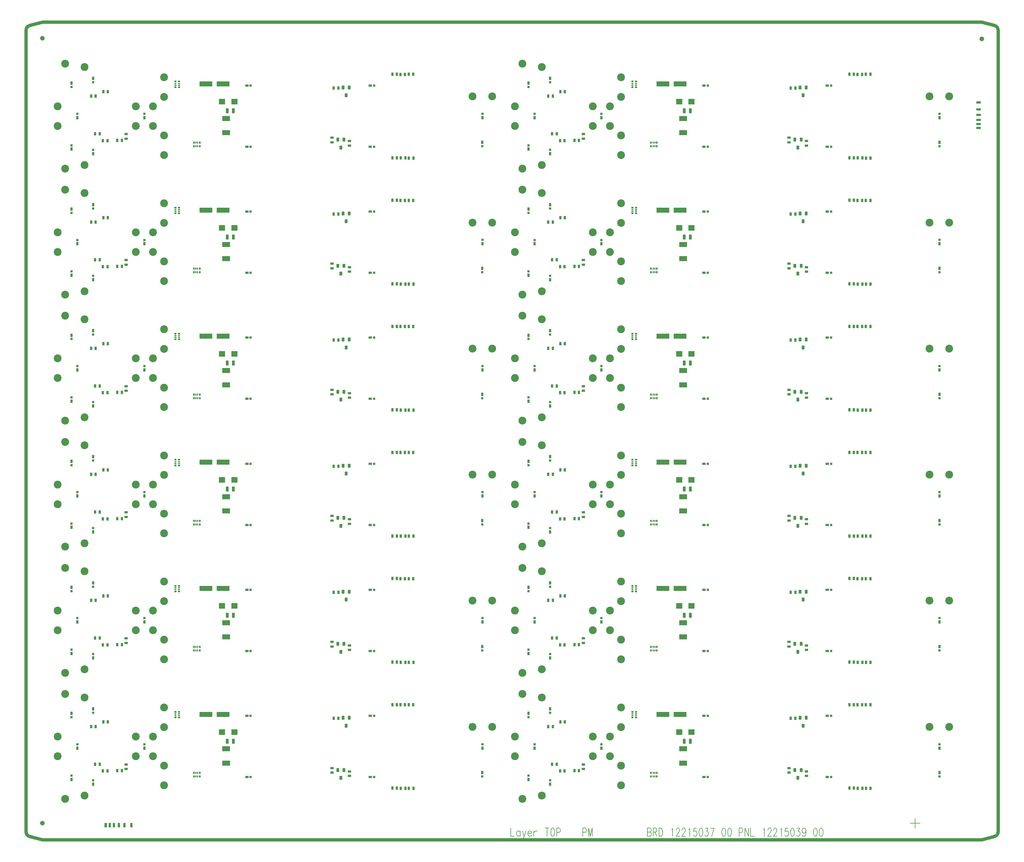
<source format=gbr>
*
G04 Job   : N:\Projects\taras004\P08330\C0154134_4FHM\4-way_FHM_main\Panel_12215039\12215039.pnl*
G04 User  : UA220006:taras004*
G04 Layer : SolderPasteTop.gbr*
G04 Date  : Tue Aug 20 10:27:17 2024*
G04 Expedition Layer: Solder Paste - Top*
%ICAS*%
%MOIN*%
%FSDAX24Y24*%
%OFA0.0000B0.0000*%
G90*
G74*
%AMVB_RCRECTANGLE*
$3=$3X2*
21,1,$1-$3,$2,0,0,0*
21,1,$1,$2-$3,0,0,0*
$1=$1/2*
$2=$2/2*
$3=$3/2*
$1=$1-$3*
$2=$2-$3*
1,1,$3X2,0-$1,0-$2*
1,1,$3X2,0-$1,$2*
1,1,$3X2,$1,$2*
1,1,$3X2,$1,0-$2*
%
%ADD11C,0.00787*%
%ADD10C,0.03937*%
%ADD70C,0.09449*%
%ADD24VB_RCRECTANGLE,0.02362X0.01181X0.00197*%
%ADD20VB_RCRECTANGLE,0.01181X0.02362X0.00197*%
%ADD25VB_RCRECTANGLE,0.02362X0.01772X0.00197*%
%ADD71VB_RCRECTANGLE,0.01772X0.02362X0.00197*%
%ADD13VB_RCRECTANGLE,0.02953X0.02362X0.00197*%
%ADD14VB_RCRECTANGLE,0.02362X0.02953X0.00197*%
%ADD16VB_RCRECTANGLE,0.03937X0.02756X0.00197*%
%ADD19VB_RCRECTANGLE,0.02756X0.03937X0.00197*%
%ADD12VB_RCRECTANGLE,0.04331X0.02362X0.00197*%
%ADD15VB_RCRECTANGLE,0.02362X0.04331X0.00197*%
%ADD21VB_RCRECTANGLE,0.03150X0.04724X0.00197*%
%ADD17VB_RCRECTANGLE,0.03150X0.05906X0.00197*%
%ADD18VB_RCRECTANGLE,0.07480X0.06693X0.00197*%
%ADD23VB_RCRECTANGLE,0.09055X0.06299X0.00197*%
%ADD22VB_RCRECTANGLE,0.15157X0.06299X0.00197*%
G01*
G36*
X-105000Y-000283D02*
Y-000039D01*
X-105243*
G02X-105246Y000000I000282J000039*
X-104961Y000285I000285*
X-104921Y000283J000285*
G01Y000039*
X-104678*
G02X-104675Y000000I000283J000039*
X-104961Y-000285I000286*
X-105000Y-000283J000285*
G01Y000283D02*
Y000039D01*
X-105243*
G03X-105246Y000000I000282J000039*
X-104961Y-000285I000285*
X-104921Y-000283J000285*
G01Y-000039*
X-104678*
G03X-104675Y000000I000283J000039*
X-104961Y000285I000286*
X-105000Y000283J000285*
G01Y094205D02*
Y094449D01*
X-105243*
G02X-105246Y094488I000282J000039*
X-104961Y094774I000285*
X-104921Y094771J000286*
G01Y094528*
X-104678*
G02X-104675Y094488I000283J000040*
X-104961Y094203I000286*
X-105000Y094205J000285*
G01Y094771D02*
Y094528D01*
X-105243*
G03X-105246Y094488I000282J000040*
X-104961Y094203I000285*
X-104921Y094205J000285*
G01Y094449*
X-104678*
G03X-104675Y094488I000283J000039*
X-104961Y094774I000286*
X-105000Y094771J000286*
G01X-097480Y-000512D02*
X-097205D01*
Y000039*
X-097480*
Y-000512*
X-097008D02*
X-096732D01*
Y000039*
X-097008*
Y-000512*
X-096496D02*
X-096220D01*
Y000039*
X-096496*
Y-000512*
X-095906D02*
X-095630D01*
Y000039*
X-095906*
Y-000512*
X-095236D02*
X-094961D01*
Y000039*
X-095236*
Y-000512*
X-094409D02*
X-094134D01*
Y000039*
X-094409*
Y-000512*
X007362Y083543D02*
X007913D01*
Y083819*
X007362*
Y083543*
Y084016D02*
X007913D01*
Y084291*
X007362*
Y084016*
Y084528D02*
X007913D01*
Y084803*
X007362*
Y084528*
Y085118D02*
X007913D01*
Y085394*
X007362*
Y085118*
Y085787D02*
X007913D01*
Y086063*
X007362*
Y085787*
Y086614D02*
X007913D01*
Y086890*
X007362*
Y086614*
X007992Y094127D02*
Y094370D01*
X007749*
G02X007746Y094409I000282J000039*
X008031Y094695I000285*
X008071Y094692J000286*
G01Y094449*
X008314*
G02X008317Y094409I000283J000040*
X008031Y094124I000286*
X007992Y094127J000285*
G01Y094692D02*
Y094449D01*
X007749*
G03X007746Y094409I000282J000040*
X008031Y094124I000285*
X008071Y094127J000285*
G01Y094370*
X008314*
G03X008317Y094409I000283J000039*
X008031Y094695I000286*
X007992Y094692J000286*
G37*
G54D10*
G01X-038819Y-002008D02*
X-104914D01*
G02X-105068Y-001987J000591*
G01X-106492Y-001602*
G02X-106929Y-001032I000154J000570*
G01Y-001031*
Y095449*
G02X-106488Y096020I000590*
G01X-105067Y096398*
G02X-104916Y096417I000151J000572*
X-104913J000591*
G01X007992*
G02X008142Y096398I000001J000590*
G01X009563Y096024*
G02X010000Y095453I000154J000571*
G01Y-001031*
Y-001032*
G02X009563Y-001602I000591*
G01X008151Y-001987*
G02X007995Y-002008I000156J000570*
G01X-038819*
G54D11*
X-048620Y-000591D02*
Y-001575D01*
X-048181*
X-047492Y-001068D02*
X-047565Y-000978D01*
X-047638Y-000934*
X-047753*
X-047826Y-000978*
X-047899Y-001068*
X-047931Y-001202*
Y-001306*
X-047899Y-001441*
X-047826Y-001530*
X-047753Y-001575*
X-047638*
X-047565Y-001530*
X-047492Y-001441*
Y-000934D02*
Y-001575D01*
X-047210Y-000934D02*
X-047012Y-001575D01*
X-046803Y-000934D02*
X-047012Y-001575D01*
X-047075Y-001769*
X-047148Y-001858*
X-047210Y-001903*
X-047242*
X-046553Y-001202D02*
X-046114D01*
Y-001113*
X-046146Y-001023*
X-046187Y-000978*
X-046260Y-000934*
X-046375*
X-046448Y-000978*
X-046521Y-001068*
X-046553Y-001202*
Y-001306*
X-046521Y-001441*
X-046448Y-001530*
X-046375Y-001575*
X-046260*
X-046187Y-001530*
X-046114Y-001441*
X-045864Y-001202D02*
X-045812Y-001068D01*
X-045707Y-000978*
X-045592Y-000934*
X-045425*
X-045864D02*
Y-001575D01*
X-044486Y-000591D02*
X-044047D01*
X-044267D02*
Y-001575D01*
X-043640Y-000591D02*
X-043692Y-000650D01*
X-043745Y-000740*
X-043776Y-000829*
X-043797Y-000963*
Y-001202*
X-043776Y-001336*
X-043745Y-001441*
X-043692Y-001530*
X-043640Y-001575*
X-043525*
X-043473Y-001530*
X-043411Y-001441*
X-043390Y-001336*
X-043358Y-001202*
Y-000963*
X-043390Y-000829*
X-043411Y-000740*
X-043473Y-000650*
X-043525Y-000591*
X-043640*
X-043108Y-001575D02*
Y-000591D01*
X-042826*
X-042732Y-000650*
X-042701Y-000695*
X-042669Y-000784*
Y-000919*
X-042701Y-001023*
X-042732Y-001068*
X-042826Y-001113*
X-043108*
X-039958Y-001575D02*
Y-000591D01*
X-039676*
X-039582Y-000650*
X-039551Y-000695*
X-039520Y-000784*
Y-000919*
X-039551Y-001023*
X-039582Y-001068*
X-039676Y-001113*
X-039958*
X-039269Y-001575D02*
Y-000591D01*
X-039050Y-001575*
X-038831Y-000591*
Y-001575*
X-032179Y-001068D02*
X-031897D01*
X-031803Y-001113*
X-031772Y-001157*
X-031741Y-001247*
Y-001396*
X-031772Y-001485*
X-031803Y-001530*
X-031897Y-001575*
X-032179*
Y-000591*
X-031897*
X-031803Y-000650*
X-031772Y-000695*
X-031741Y-000784*
Y-000874*
X-031772Y-000963*
X-031803Y-001023*
X-031897Y-001068*
X-031490Y-001575D02*
Y-000591D01*
X-031208*
X-031114Y-000650*
X-031083Y-000695*
X-031052Y-000784*
Y-000874*
X-031083Y-000963*
X-031114Y-001023*
X-031208Y-001068*
X-031490*
X-031271D02*
X-031052Y-001575D01*
X-030801Y-000591D02*
X-030582D01*
X-030488Y-000650*
X-030425Y-000740*
X-030394Y-000829*
X-030363Y-000963*
Y-001202*
X-030394Y-001336*
X-030425Y-001441*
X-030488Y-001530*
X-030582Y-001575*
X-030801*
Y-000591*
X-029256Y-000784D02*
X-029215Y-000740D01*
X-029162Y-000605*
Y-001575*
X-028703Y-000829D02*
Y-000784D01*
X-028672Y-000695*
X-028640Y-000650*
X-028578Y-000591*
X-028452*
X-028390Y-000650*
X-028359Y-000695*
X-028327Y-000784*
Y-000874*
X-028359Y-000963*
X-028421Y-001113*
X-028734Y-001575*
X-028296*
X-028014Y-000829D02*
Y-000784D01*
X-027983Y-000695*
X-027951Y-000650*
X-027889Y-000591*
X-027764*
X-027701Y-000650*
X-027670Y-000695*
X-027638Y-000784*
Y-000874*
X-027670Y-000963*
X-027732Y-001113*
X-028045Y-001575*
X-027607*
X-027189Y-000784D02*
X-027148Y-000740D01*
X-027095Y-000605*
Y-001575*
X-026292Y-000605D02*
X-026605D01*
X-026636Y-001023*
X-026605Y-000978*
X-026511Y-000934*
X-026417*
X-026323Y-000978*
X-026260Y-001068*
X-026229Y-001202*
Y-001306*
X-026260Y-001441*
X-026323Y-001530*
X-026417Y-001575*
X-026511*
X-026605Y-001530*
X-026636Y-001485*
X-026667Y-001396*
X-025791Y-000605D02*
X-025885Y-000650D01*
X-025947Y-000784*
X-025979Y-001023*
Y-001157*
X-025947Y-001396*
X-025885Y-001530*
X-025791Y-001575*
X-025728*
X-025634Y-001530*
X-025571Y-001396*
X-025540Y-001157*
Y-001023*
X-025571Y-000784*
X-025634Y-000650*
X-025728Y-000605*
X-025791*
X-025227D02*
X-024882D01*
X-025070Y-000978*
X-024976*
X-024914Y-001023*
X-024882Y-001068*
X-024851Y-001202*
Y-001306*
X-024882Y-001441*
X-024945Y-001530*
X-025039Y-001575*
X-025133*
X-025227Y-001530*
X-025258Y-001485*
X-025290Y-001396*
X-024601Y-000605D02*
X-024162D01*
X-024475Y-001575*
X-023035Y-000605D02*
X-023129Y-000650D01*
X-023191Y-000784*
X-023223Y-001023*
Y-001157*
X-023191Y-001396*
X-023129Y-001530*
X-023035Y-001575*
X-022972*
X-022878Y-001530*
X-022816Y-001396*
X-022784Y-001157*
Y-001023*
X-022816Y-000784*
X-022878Y-000650*
X-022972Y-000605*
X-023035*
X-022346D02*
X-022440Y-000650D01*
X-022502Y-000784*
X-022534Y-001023*
Y-001157*
X-022502Y-001396*
X-022440Y-001530*
X-022346Y-001575*
X-022283*
X-022189Y-001530*
X-022127Y-001396*
X-022095Y-001157*
Y-001023*
X-022127Y-000784*
X-022189Y-000650*
X-022283Y-000605*
X-022346*
X-021156Y-001575D02*
Y-000591D01*
X-020874*
X-020780Y-000650*
X-020749Y-000695*
X-020717Y-000784*
Y-000919*
X-020749Y-001023*
X-020780Y-001068*
X-020874Y-001113*
X-021156*
X-020467Y-001575D02*
Y-000591D01*
X-020028Y-001575*
Y-000591*
X-019778D02*
Y-001575D01*
X-019339*
X-018233Y-000784D02*
X-018191Y-000740D01*
X-018139Y-000605*
Y-001575*
X-017680Y-000829D02*
Y-000784D01*
X-017648Y-000695*
X-017617Y-000650*
X-017554Y-000591*
X-017429*
X-017366Y-000650*
X-017335Y-000695*
X-017304Y-000784*
Y-000874*
X-017335Y-000963*
X-017398Y-001113*
X-017711Y-001575*
X-017273*
X-016991Y-000829D02*
Y-000784D01*
X-016959Y-000695*
X-016928Y-000650*
X-016865Y-000591*
X-016740*
X-016678Y-000650*
X-016646Y-000695*
X-016615Y-000784*
Y-000874*
X-016646Y-000963*
X-016709Y-001113*
X-017022Y-001575*
X-016584*
X-016166Y-000784D02*
X-016124Y-000740D01*
X-016072Y-000605*
Y-001575*
X-015268Y-000605D02*
X-015581D01*
X-015613Y-001023*
X-015581Y-000978*
X-015487Y-000934*
X-015394*
X-015300Y-000978*
X-015237Y-001068*
X-015206Y-001202*
Y-001306*
X-015237Y-001441*
X-015300Y-001530*
X-015394Y-001575*
X-015487*
X-015581Y-001530*
X-015613Y-001485*
X-015644Y-001396*
X-014767Y-000605D02*
X-014861Y-000650D01*
X-014924Y-000784*
X-014955Y-001023*
Y-001157*
X-014924Y-001396*
X-014861Y-001530*
X-014767Y-001575*
X-014705*
X-014611Y-001530*
X-014548Y-001396*
X-014517Y-001157*
Y-001023*
X-014548Y-000784*
X-014611Y-000650*
X-014705Y-000605*
X-014767*
X-014204D02*
X-013859D01*
X-014047Y-000978*
X-013953*
X-013890Y-001023*
X-013859Y-001068*
X-013828Y-001202*
Y-001306*
X-013859Y-001441*
X-013922Y-001530*
X-014016Y-001575*
X-014110*
X-014204Y-001530*
X-014235Y-001485*
X-014266Y-001396*
X-013139Y-000919D02*
X-013170Y-001068D01*
X-013233Y-001157*
X-013348Y-001202*
X-013379*
X-013483Y-001157*
X-013546Y-001068*
X-013577Y-000919*
Y-000874*
X-013546Y-000740*
X-013483Y-000650*
X-013379Y-000605*
X-013348*
X-013233Y-000650*
X-013170Y-000740*
X-013139Y-000919*
Y-001157*
X-013170Y-001396*
X-013233Y-001530*
X-013348Y-001575*
X-013410*
X-013515Y-001530*
X-013546Y-001441*
X-012011Y-000605D02*
X-012105Y-000650D01*
X-012168Y-000784*
X-012199Y-001023*
Y-001157*
X-012168Y-001396*
X-012105Y-001530*
X-012011Y-001575*
X-011949*
X-011855Y-001530*
X-011792Y-001396*
X-011761Y-001157*
Y-001023*
X-011792Y-000784*
X-011855Y-000650*
X-011949Y-000605*
X-012011*
X-011322D02*
X-011416Y-000650D01*
X-011479Y-000784*
X-011510Y-001023*
Y-001157*
X-011479Y-001396*
X-011416Y-001530*
X-011322Y-001575*
X-011260*
X-011166Y-001530*
X-011103Y-001396*
X-011072Y-001157*
Y-001023*
X-011103Y-000784*
X-011166Y-000650*
X-011260Y-000605*
X-011322*
X-000591Y000000D02*
X000591D01*
X000000Y000591D02*
Y-000591D01*
G54D12*
X-080374Y005549D03*
Y012915D03*
Y020726D03*
Y028093D03*
Y035904D03*
Y043270D03*
Y051081D03*
Y058447D03*
Y066258D03*
Y073624D03*
Y081435D03*
Y088801D03*
X-065522Y005550D03*
Y020727D03*
Y035905D03*
Y051082D03*
Y066259D03*
Y081436D03*
X-065521Y012915D03*
Y028093D03*
Y043270D03*
Y058447D03*
Y073624D03*
Y088801D03*
X-025400Y005549D03*
Y012915D03*
Y020726D03*
Y028093D03*
Y035904D03*
Y043270D03*
Y051081D03*
Y058447D03*
Y066258D03*
Y073624D03*
Y081435D03*
Y088801D03*
X-010548Y005550D03*
Y020727D03*
Y035905D03*
Y051082D03*
Y066259D03*
Y081436D03*
X-010546Y012915D03*
Y028093D03*
Y043270D03*
Y058447D03*
Y073624D03*
Y088801D03*
G54D13*
X-079911Y005549D03*
Y012915D03*
Y020726D03*
Y028093D03*
Y035904D03*
Y043270D03*
Y051081D03*
Y058447D03*
Y066258D03*
Y073624D03*
Y081435D03*
Y088801D03*
X-065060Y005550D03*
Y020727D03*
Y035905D03*
Y051082D03*
Y066259D03*
Y081436D03*
X-065058Y012915D03*
Y028093D03*
Y043270D03*
Y058447D03*
Y073624D03*
Y088801D03*
X-024937Y005549D03*
Y012915D03*
Y020726D03*
Y028093D03*
Y035904D03*
Y043270D03*
Y051081D03*
Y058447D03*
Y066258D03*
Y073624D03*
Y081435D03*
Y088801D03*
X-010085Y005550D03*
Y020727D03*
Y035905D03*
Y051082D03*
Y066259D03*
Y081436D03*
X-010084Y012915D03*
Y028093D03*
Y043270D03*
Y058447D03*
Y073624D03*
Y088801D03*
G54D14*
X-101457Y005719D03*
Y020896D03*
Y036073D03*
Y051250D03*
Y066427D03*
Y081604D03*
Y012746D03*
Y027923D03*
Y043100D03*
Y058278D03*
Y073455D03*
Y088632D03*
X-100748Y009498D03*
Y024675D03*
Y039852D03*
Y055030D03*
Y070207D03*
Y085384D03*
X-098858Y005167D03*
Y013297D03*
Y020344D03*
Y028474D03*
Y035522D03*
Y043652D03*
Y050699D03*
Y058829D03*
Y065876D03*
Y074006D03*
Y081053D03*
Y089183D03*
X-092685Y009498D03*
Y024675D03*
Y039852D03*
Y055030D03*
Y070207D03*
Y085384D03*
X-052047Y005620D03*
Y020797D03*
Y035974D03*
Y051152D03*
Y066329D03*
Y081506D03*
X-052036Y009501D03*
Y024678D03*
Y039856D03*
Y055033D03*
Y070210D03*
Y085387D03*
X-046482Y005719D03*
Y020896D03*
Y036073D03*
Y051250D03*
Y066427D03*
Y081604D03*
Y012746D03*
Y027923D03*
Y043100D03*
Y058278D03*
Y073455D03*
Y088632D03*
X-045774Y009498D03*
Y024675D03*
Y039852D03*
Y055030D03*
Y070207D03*
Y085384D03*
X-043884Y005167D03*
Y013297D03*
Y020344D03*
Y028474D03*
Y035522D03*
Y043652D03*
Y050699D03*
Y058829D03*
Y065876D03*
Y074006D03*
Y081053D03*
Y089183D03*
X-037711Y009498D03*
Y024675D03*
Y039852D03*
Y055030D03*
Y070207D03*
Y085384D03*
X002927Y005620D03*
Y020797D03*
Y035974D03*
Y051152D03*
Y066329D03*
Y081506D03*
X002938Y009501D03*
Y024678D03*
Y039856D03*
Y055033D03*
Y070210D03*
Y085387D03*
G54D15*
X-101457Y005256D03*
Y020433D03*
Y035610D03*
Y050787D03*
Y065965D03*
Y081142D03*
Y013209D03*
Y028386D03*
Y043563D03*
Y058740D03*
Y073917D03*
Y089094D03*
X-100748Y009035D03*
Y024213D03*
Y039390D03*
Y054567D03*
Y069744D03*
Y084921D03*
X-098858Y004705D03*
Y013760D03*
Y019882D03*
Y028937D03*
Y035059D03*
Y044114D03*
Y050236D03*
Y059291D03*
Y065413D03*
Y074469D03*
Y080591D03*
Y089646D03*
X-092685Y009035D03*
Y024213D03*
Y039390D03*
Y054567D03*
Y069744D03*
Y084921D03*
X-052047Y006083D03*
Y021260D03*
Y036437D03*
Y051614D03*
Y066791D03*
Y081969D03*
X-052036Y009039D03*
Y024216D03*
Y039393D03*
Y054570D03*
Y069747D03*
Y084924D03*
X-046482Y005256D03*
Y020433D03*
Y035610D03*
Y050787D03*
Y065965D03*
Y081142D03*
Y013209D03*
Y028386D03*
Y043563D03*
Y058740D03*
Y073917D03*
Y089094D03*
X-045774Y009035D03*
Y024213D03*
Y039390D03*
Y054567D03*
Y069744D03*
Y084921D03*
X-043884Y004705D03*
Y013760D03*
Y019882D03*
Y028937D03*
Y035059D03*
Y044114D03*
Y050236D03*
Y059291D03*
Y065413D03*
Y074469D03*
Y080591D03*
Y089646D03*
X-037711Y009035D03*
Y024213D03*
Y039390D03*
Y054567D03*
Y069744D03*
Y084921D03*
X002927Y006083D03*
Y021260D03*
Y036437D03*
Y051614D03*
Y066791D03*
Y081969D03*
X002938Y009039D03*
Y024216D03*
Y039393D03*
Y054570D03*
Y069747D03*
Y084924D03*
G54D16*
X-094882Y006516D03*
Y007067D03*
Y021693D03*
Y022244D03*
Y036870D03*
Y037421D03*
Y052047D03*
Y052598D03*
Y067224D03*
Y067776D03*
Y082402D03*
Y082953D03*
X-070118Y006083D03*
Y006634D03*
Y021260D03*
Y021811D03*
Y036437D03*
Y036988D03*
Y051614D03*
Y052165D03*
Y066791D03*
Y067343D03*
Y081969D03*
Y082520D03*
X-068022Y005679D03*
Y006230D03*
Y020856D03*
Y021407D03*
Y036033D03*
Y036584D03*
Y051210D03*
Y051762D03*
Y066388D03*
Y066939D03*
Y081565D03*
Y082116D03*
X-039907Y006516D03*
Y007067D03*
Y021693D03*
Y022244D03*
Y036870D03*
Y037421D03*
Y052047D03*
Y052598D03*
Y067224D03*
Y067776D03*
Y082402D03*
Y082953D03*
X-015144Y006083D03*
Y006634D03*
Y021260D03*
Y021811D03*
Y036437D03*
Y036988D03*
Y051614D03*
Y052165D03*
Y066791D03*
Y067343D03*
Y081969D03*
Y082520D03*
X-013047Y005679D03*
Y006230D03*
Y020856D03*
Y021407D03*
Y036033D03*
Y036584D03*
Y051210D03*
Y051762D03*
Y066388D03*
Y066939D03*
Y081565D03*
Y082116D03*
G54D17*
X-082736Y009862D03*
Y025039D03*
Y040217D03*
Y055394D03*
Y070571D03*
Y085748D03*
X-081988Y009862D03*
Y025039D03*
Y040217D03*
Y055394D03*
Y070571D03*
Y085748D03*
X-027762Y009862D03*
Y025039D03*
Y040217D03*
Y055394D03*
Y070571D03*
Y085748D03*
X-027014Y009862D03*
Y025039D03*
Y040217D03*
Y055394D03*
Y070571D03*
Y085748D03*
G54D18*
X-083346Y010965D03*
Y026142D03*
Y041319D03*
Y056496D03*
Y071673D03*
Y086850D03*
X-081850Y010965D03*
Y026142D03*
Y041319D03*
Y056496D03*
Y071673D03*
Y086850D03*
X-028372Y010965D03*
Y026142D03*
Y041319D03*
Y056496D03*
Y071673D03*
Y086850D03*
X-026876Y010965D03*
Y026142D03*
Y041319D03*
Y056496D03*
Y071673D03*
Y086850D03*
G54D19*
X-099094Y011634D03*
Y026811D03*
Y041988D03*
Y057165D03*
Y072343D03*
Y087520D03*
X-098622Y007106D03*
Y022283D03*
Y037461D03*
Y052638D03*
Y067815D03*
Y082992D03*
X-098543Y011634D03*
Y026811D03*
Y041988D03*
Y057165D03*
Y072343D03*
Y087520D03*
X-098071Y007106D03*
Y022283D03*
Y037461D03*
Y052638D03*
Y067815D03*
Y082992D03*
X-097677Y006280D03*
Y021457D03*
Y036634D03*
Y051811D03*
Y066988D03*
Y082165D03*
X-097638Y012185D03*
Y027362D03*
Y042539D03*
Y057717D03*
Y072894D03*
Y088071D03*
X-097126Y006280D03*
Y021457D03*
Y036634D03*
Y051811D03*
Y066988D03*
Y082165D03*
X-097087Y012185D03*
Y027362D03*
Y042539D03*
Y057717D03*
Y072894D03*
Y088071D03*
X-095945Y006319D03*
Y021496D03*
Y036673D03*
Y051850D03*
Y067028D03*
Y082205D03*
X-095394Y006319D03*
Y021496D03*
Y036673D03*
Y051850D03*
Y067028D03*
Y082205D03*
X-069921Y012618D03*
Y027795D03*
Y042972D03*
Y058150D03*
Y073327D03*
Y088504D03*
X-069370Y012618D03*
Y027795D03*
Y042972D03*
Y058150D03*
Y073327D03*
Y088504D03*
X-062874Y004213D03*
Y014272D03*
Y019390D03*
Y029449D03*
Y034567D03*
Y044626D03*
Y049744D03*
Y059803D03*
Y064921D03*
Y074980D03*
Y080098D03*
Y090157D03*
X-062323Y004213D03*
Y014272D03*
Y019390D03*
Y029449D03*
Y034567D03*
Y044626D03*
Y049744D03*
Y059803D03*
Y064921D03*
Y074980D03*
Y080098D03*
Y090157D03*
X-061897Y014254D03*
Y029431D03*
Y044608D03*
Y059785D03*
Y074962D03*
Y090140D03*
X-061850Y004193D03*
Y019370D03*
Y034547D03*
Y049724D03*
Y064902D03*
Y080079D03*
X-061346Y014254D03*
Y029431D03*
Y044608D03*
Y059785D03*
Y074962D03*
Y090140D03*
X-061299Y004193D03*
Y019370D03*
Y034547D03*
Y049724D03*
Y064902D03*
Y080079D03*
X-060898Y014257D03*
Y029435D03*
Y044612D03*
Y059789D03*
Y074966D03*
Y090143D03*
X-060880Y004189D03*
Y019366D03*
Y034543D03*
Y049720D03*
Y064897D03*
Y080074D03*
X-060346Y014257D03*
Y029435D03*
Y044612D03*
Y059789D03*
Y074966D03*
Y090143D03*
X-060329Y004189D03*
Y019366D03*
Y034543D03*
Y049720D03*
Y064897D03*
Y080074D03*
X-044120Y011634D03*
Y026811D03*
Y041988D03*
Y057165D03*
Y072343D03*
Y087520D03*
X-043648Y007106D03*
Y022283D03*
Y037461D03*
Y052638D03*
Y067815D03*
Y082992D03*
X-043569Y011634D03*
Y026811D03*
Y041988D03*
Y057165D03*
Y072343D03*
Y087520D03*
X-043096Y007106D03*
Y022283D03*
Y037461D03*
Y052638D03*
Y067815D03*
Y082992D03*
X-042703Y006280D03*
Y021457D03*
Y036634D03*
Y051811D03*
Y066988D03*
Y082165D03*
X-042663Y012185D03*
Y027362D03*
Y042539D03*
Y057717D03*
Y072894D03*
Y088071D03*
X-042152Y006280D03*
Y021457D03*
Y036634D03*
Y051811D03*
Y066988D03*
Y082165D03*
X-042112Y012185D03*
Y027362D03*
Y042539D03*
Y057717D03*
Y072894D03*
Y088071D03*
X-040970Y006319D03*
Y021496D03*
Y036673D03*
Y051850D03*
Y067028D03*
Y082205D03*
X-040419Y006319D03*
Y021496D03*
Y036673D03*
Y051850D03*
Y067028D03*
Y082205D03*
X-014947Y012618D03*
Y027795D03*
Y042972D03*
Y058150D03*
Y073327D03*
Y088504D03*
X-014396Y012618D03*
Y027795D03*
Y042972D03*
Y058150D03*
Y073327D03*
Y088504D03*
X-007900Y004213D03*
Y014272D03*
Y019390D03*
Y029449D03*
Y034567D03*
Y044626D03*
Y049744D03*
Y059803D03*
Y064921D03*
Y074980D03*
Y080098D03*
Y090157D03*
X-007348Y004213D03*
Y014272D03*
Y019390D03*
Y029449D03*
Y034567D03*
Y044626D03*
Y049744D03*
Y059803D03*
Y064921D03*
Y074980D03*
Y080098D03*
Y090157D03*
X-006922Y014254D03*
Y029431D03*
Y044608D03*
Y059785D03*
Y074962D03*
Y090140D03*
X-006876Y004193D03*
Y019370D03*
Y034547D03*
Y049724D03*
Y064902D03*
Y080079D03*
X-006371Y014254D03*
Y029431D03*
Y044608D03*
Y059785D03*
Y074962D03*
Y090140D03*
X-006325Y004193D03*
Y019370D03*
Y034547D03*
Y049724D03*
Y064902D03*
Y080079D03*
X-005923Y014257D03*
Y029435D03*
Y044612D03*
Y059789D03*
Y074966D03*
Y090143D03*
X-005906Y004189D03*
Y019366D03*
Y034543D03*
Y049720D03*
Y064897D03*
Y080074D03*
X-005372Y014257D03*
Y029435D03*
Y044612D03*
Y059789D03*
Y074966D03*
Y090143D03*
X-005355Y004189D03*
Y019366D03*
Y034543D03*
Y049720D03*
Y064897D03*
Y080074D03*
G54D20*
X-086478Y005618D03*
Y006051D03*
Y020795D03*
Y021228D03*
Y035972D03*
Y036405D03*
Y051149D03*
Y051582D03*
Y066326D03*
Y066759D03*
Y081504D03*
Y081937D03*
X-086278Y005618D03*
Y006051D03*
Y020795D03*
Y021228D03*
Y035972D03*
Y036405D03*
Y051149D03*
Y051582D03*
Y066326D03*
Y066759D03*
Y081504D03*
Y081937D03*
X-031504Y005618D03*
Y006051D03*
Y020795D03*
Y021228D03*
Y035972D03*
Y036405D03*
Y051149D03*
Y051582D03*
Y066326D03*
Y066759D03*
Y081504D03*
Y081937D03*
X-031303Y005618D03*
Y006051D03*
Y020795D03*
Y021228D03*
Y035972D03*
Y036405D03*
Y051149D03*
Y051582D03*
Y066326D03*
Y066759D03*
Y081504D03*
Y081937D03*
G54D21*
X-069429Y006398D03*
Y021575D03*
Y036752D03*
Y051929D03*
Y067106D03*
Y082283D03*
X-069055Y005453D03*
Y020630D03*
Y035807D03*
Y050984D03*
Y066161D03*
Y081339D03*
X-068799Y012678D03*
Y027855D03*
Y043032D03*
Y058209D03*
Y073387D03*
Y088564D03*
X-068681Y006398D03*
Y021575D03*
Y036752D03*
Y051929D03*
Y067106D03*
Y082283D03*
X-068425Y011733D03*
Y026910D03*
Y042087D03*
Y057265D03*
Y072442D03*
Y087619D03*
X-068051Y012678D03*
Y027855D03*
Y043032D03*
Y058209D03*
Y073387D03*
Y088564D03*
X-014455Y006398D03*
Y021575D03*
Y036752D03*
Y051929D03*
Y067106D03*
Y082283D03*
X-014081Y005453D03*
Y020630D03*
Y035807D03*
Y050984D03*
Y066161D03*
Y081339D03*
X-013825Y012678D03*
Y027855D03*
Y043032D03*
Y058209D03*
Y073387D03*
Y088564D03*
X-013707Y006398D03*
Y021575D03*
Y036752D03*
Y051929D03*
Y067106D03*
Y082283D03*
X-013451Y011733D03*
Y026910D03*
Y042087D03*
Y057265D03*
Y072442D03*
Y087619D03*
X-013077Y012678D03*
Y027855D03*
Y043032D03*
Y058209D03*
Y073387D03*
Y088564D03*
G54D22*
X-085290Y013091D03*
Y028269D03*
Y043446D03*
Y058623D03*
Y073800D03*
Y088977D03*
X-083223Y013091D03*
Y028269D03*
Y043446D03*
Y058623D03*
Y073800D03*
Y088977D03*
X-030315Y013091D03*
Y028269D03*
Y043446D03*
Y058623D03*
Y073800D03*
Y088977D03*
X-028248Y013091D03*
Y028269D03*
Y043446D03*
Y058623D03*
Y073800D03*
Y088977D03*
G54D23*
X-082874Y007234D03*
Y008947D03*
Y022411D03*
Y024124D03*
Y037589D03*
Y039301D03*
Y052766D03*
Y054478D03*
Y067943D03*
Y069656D03*
Y083120D03*
Y084833D03*
X-027900Y007234D03*
Y008947D03*
Y022411D03*
Y024124D03*
Y037589D03*
Y039301D03*
Y052766D03*
Y054478D03*
Y067943D03*
Y069656D03*
Y083120D03*
Y084833D03*
G54D24*
X-088957Y012951D03*
Y013152D03*
Y028128D03*
Y028329D03*
Y043305D03*
Y043506D03*
Y058482D03*
Y058683D03*
Y073659D03*
Y073860D03*
Y088837D03*
Y089037D03*
X-088524Y012951D03*
Y013152D03*
Y028128D03*
Y028329D03*
Y043305D03*
Y043506D03*
Y058482D03*
Y058683D03*
Y073659D03*
Y073860D03*
Y088837D03*
Y089037D03*
X-033982Y012951D03*
Y013152D03*
Y028128D03*
Y028329D03*
Y043305D03*
Y043506D03*
Y058482D03*
Y058683D03*
Y073659D03*
Y073860D03*
Y088837D03*
Y089037D03*
X-033549Y012951D03*
Y013152D03*
Y028128D03*
Y028329D03*
Y043305D03*
Y043506D03*
Y058482D03*
Y058683D03*
Y073659D03*
Y073860D03*
Y088837D03*
Y089037D03*
G54D25*
X-088957Y012711D03*
Y013392D03*
Y027888D03*
Y028569D03*
Y043065D03*
Y043746D03*
Y058242D03*
Y058923D03*
Y073419D03*
Y074100D03*
Y088596D03*
Y089278D03*
X-088524Y012711D03*
Y013392D03*
Y027888D03*
Y028569D03*
Y043065D03*
Y043746D03*
Y058242D03*
Y058923D03*
Y073419D03*
Y074100D03*
Y088596D03*
Y089278D03*
X-033982Y012711D03*
Y013392D03*
Y027888D03*
Y028569D03*
Y043065D03*
Y043746D03*
Y058242D03*
Y058923D03*
Y073419D03*
Y074100D03*
Y088596D03*
Y089278D03*
X-033549Y012711D03*
Y013392D03*
Y027888D03*
Y028569D03*
Y043065D03*
Y043746D03*
Y058242D03*
Y058923D03*
Y073419D03*
Y074100D03*
Y088596D03*
Y089278D03*
G54D70*
X-103110Y008051D03*
Y010413D03*
Y023228D03*
Y025591D03*
Y038406D03*
Y040768D03*
Y053583D03*
Y055945D03*
Y068760D03*
Y071122D03*
Y083937D03*
Y086299D03*
X-102210Y002921D03*
Y018099D03*
Y033276D03*
Y048453D03*
Y063630D03*
Y078807D03*
Y015543D03*
Y030720D03*
Y045898D03*
Y061075D03*
Y076252D03*
Y091429D03*
X-099883Y003332D03*
Y018509D03*
Y033686D03*
Y048863D03*
Y064040D03*
Y079217D03*
Y015133D03*
Y030310D03*
Y045487D03*
Y060665D03*
Y075842D03*
Y091019D03*
X-093740Y008051D03*
Y010413D03*
Y023228D03*
Y025591D03*
Y038406D03*
Y040768D03*
Y053583D03*
Y055945D03*
Y068760D03*
Y071122D03*
Y083937D03*
Y086299D03*
X-091662Y008051D03*
Y010413D03*
Y023228D03*
Y025591D03*
Y038406D03*
Y040768D03*
Y053583D03*
Y055945D03*
Y068760D03*
Y071122D03*
Y083937D03*
Y086299D03*
X-090323Y004547D03*
Y006909D03*
Y011555D03*
Y013917D03*
Y019724D03*
Y022087D03*
Y026732D03*
Y029094D03*
Y034902D03*
Y037264D03*
Y041909D03*
Y044272D03*
Y050079D03*
Y052441D03*
Y057087D03*
Y059449D03*
Y065256D03*
Y067618D03*
Y072264D03*
Y074626D03*
Y080433D03*
Y082795D03*
Y087441D03*
Y089803D03*
X-053217Y011598D03*
Y026775D03*
Y041952D03*
Y057129D03*
Y072306D03*
Y087484D03*
X-050855Y011598D03*
Y026775D03*
Y041952D03*
Y057129D03*
Y072306D03*
Y087484D03*
X-048136Y008051D03*
Y010413D03*
Y023228D03*
Y025591D03*
Y038406D03*
Y040768D03*
Y053583D03*
Y055945D03*
Y068760D03*
Y071122D03*
Y083937D03*
Y086299D03*
X-047235Y002921D03*
Y018099D03*
Y033276D03*
Y048453D03*
Y063630D03*
Y078807D03*
Y015543D03*
Y030720D03*
Y045898D03*
Y061075D03*
Y076252D03*
Y091429D03*
X-044909Y003332D03*
Y018509D03*
Y033686D03*
Y048863D03*
Y064040D03*
Y079217D03*
Y015133D03*
Y030310D03*
Y045487D03*
Y060665D03*
Y075842D03*
Y091019D03*
X-038766Y008051D03*
Y010413D03*
Y023228D03*
Y025591D03*
Y038406D03*
Y040768D03*
Y053583D03*
Y055945D03*
Y068760D03*
Y071122D03*
Y083937D03*
Y086299D03*
X-036687Y008051D03*
Y010413D03*
Y023228D03*
Y025591D03*
Y038406D03*
Y040768D03*
Y053583D03*
Y055945D03*
Y068760D03*
Y071122D03*
Y083937D03*
Y086299D03*
X-035349Y004547D03*
Y006909D03*
Y011555D03*
Y013917D03*
Y019724D03*
Y022087D03*
Y026732D03*
Y029094D03*
Y034902D03*
Y037264D03*
Y041909D03*
Y044272D03*
Y050079D03*
Y052441D03*
Y057087D03*
Y059449D03*
Y065256D03*
Y067618D03*
Y072264D03*
Y074626D03*
Y080433D03*
Y082795D03*
Y087441D03*
Y089803D03*
X001757Y011598D03*
Y026775D03*
Y041952D03*
Y057129D03*
Y072306D03*
Y087484D03*
X004119Y011598D03*
Y026775D03*
Y041952D03*
Y057129D03*
Y072306D03*
Y087484D03*
G54D71*
X-086719Y005618D03*
Y006051D03*
Y020795D03*
Y021228D03*
Y035972D03*
Y036405D03*
Y051149D03*
Y051582D03*
Y066326D03*
Y066759D03*
Y081504D03*
Y081937D03*
X-086037Y005618D03*
Y006051D03*
Y020795D03*
Y021228D03*
Y035972D03*
Y036405D03*
Y051149D03*
Y051582D03*
Y066326D03*
Y066759D03*
Y081504D03*
Y081937D03*
X-031744Y005618D03*
Y006051D03*
Y020795D03*
Y021228D03*
Y035972D03*
Y036405D03*
Y051149D03*
Y051582D03*
Y066326D03*
Y066759D03*
Y081504D03*
Y081937D03*
X-031063Y005618D03*
Y006051D03*
Y020795D03*
Y021228D03*
Y035972D03*
Y036405D03*
Y051149D03*
Y051582D03*
Y066326D03*
Y066759D03*
Y081504D03*
Y081937D03*
M02*

</source>
